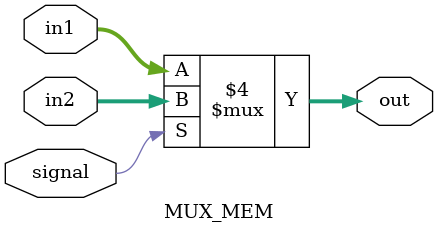
<source format=v>
`timescale 1ns / 1ps


module MUX_MEM(
    input signal,
    input [31:0]in1,
    input [31:0]in2,
    output reg [31:0]out
);
always@(*)
begin
    if(signal==0)
        out=in1;
    else     out=in2;
end
endmodule

</source>
